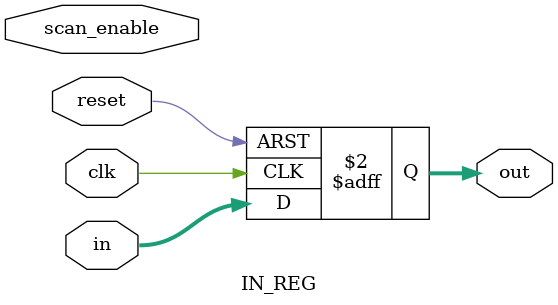
<source format=v>
module IN_REG(
	in,
	clk,
	reset,
	out,
	scan_enable,
	
	);

////////////////////////
// Inputs and outputs

input	[4:0]	in;
input		clk;
input 		scan_enable,
		reset;
		

output reg	[4:0]	out;

always @(posedge clk or posedge reset) begin
  if (reset)
    out <= 8'd0;
  else
    out <= in;
end 

endmodule //end IN_REG


</source>
